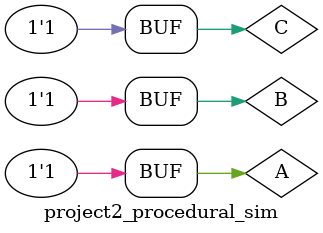
<source format=v>
`timescale 1ns / 1ps


module project2_procedural_sim(

    );
    
    reg A, B, C;
    wire F;
    project2_procedural UUT (A, B, C, F);
    initial begin
    A = 0; B = 0; C = 0; #100;
    A = 0; B = 0; C = 1; #100;
    A = 0; B = 1; C = 0; #100;
    A = 0; B = 1; C = 1; #100;
    A = 1; B = 0; C = 0; #100;
    A = 1; B = 0; C = 1; #100;
    A = 1; B = 1; C = 0; #100;
    A = 1; B = 1; C = 1; #100;
    end
endmodule

</source>
